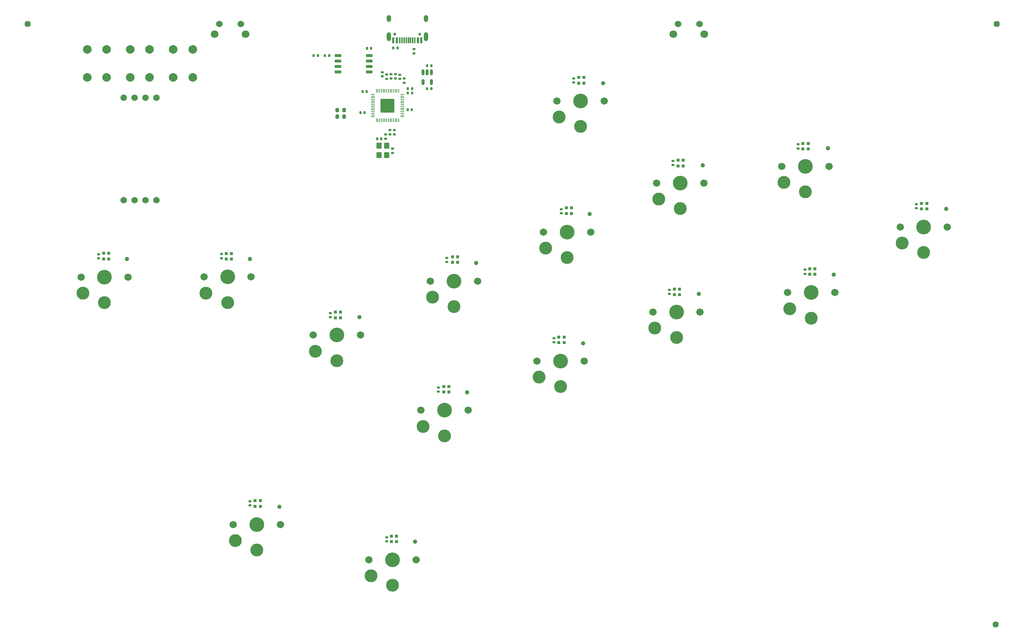
<source format=gts>
G04 #@! TF.GenerationSoftware,KiCad,Pcbnew,7.0.9*
G04 #@! TF.CreationDate,2024-08-27T23:29:23-07:00*
G04 #@! TF.ProjectId,ergoSHIFT-rgb,6572676f-5348-4494-9654-2d7267622e6b,rev?*
G04 #@! TF.SameCoordinates,Original*
G04 #@! TF.FileFunction,Soldermask,Top*
G04 #@! TF.FilePolarity,Negative*
%FSLAX46Y46*%
G04 Gerber Fmt 4.6, Leading zero omitted, Abs format (unit mm)*
G04 Created by KiCad (PCBNEW 7.0.9) date 2024-08-27 23:29:23*
%MOMM*%
%LPD*%
G01*
G04 APERTURE LIST*
G04 Aperture macros list*
%AMRoundRect*
0 Rectangle with rounded corners*
0 $1 Rounding radius*
0 $2 $3 $4 $5 $6 $7 $8 $9 X,Y pos of 4 corners*
0 Add a 4 corners polygon primitive as box body*
4,1,4,$2,$3,$4,$5,$6,$7,$8,$9,$2,$3,0*
0 Add four circle primitives for the rounded corners*
1,1,$1+$1,$2,$3*
1,1,$1+$1,$4,$5*
1,1,$1+$1,$6,$7*
1,1,$1+$1,$8,$9*
0 Add four rect primitives between the rounded corners*
20,1,$1+$1,$2,$3,$4,$5,0*
20,1,$1+$1,$4,$5,$6,$7,0*
20,1,$1+$1,$6,$7,$8,$9,0*
20,1,$1+$1,$8,$9,$2,$3,0*%
G04 Aperture macros list end*
%ADD10C,1.524000*%
%ADD11C,1.800000*%
%ADD12RoundRect,0.140000X0.170000X-0.140000X0.170000X0.140000X-0.170000X0.140000X-0.170000X-0.140000X0*%
%ADD13R,0.700000X0.800000*%
%ADD14RoundRect,0.140000X0.140000X0.170000X-0.140000X0.170000X-0.140000X-0.170000X0.140000X-0.170000X0*%
%ADD15C,1.701800*%
%ADD16C,3.000000*%
%ADD17C,3.429000*%
%ADD18C,0.990600*%
%ADD19RoundRect,0.140000X-0.140000X-0.170000X0.140000X-0.170000X0.140000X0.170000X-0.140000X0.170000X0*%
%ADD20C,1.448000*%
%ADD21C,1.500000*%
%ADD22RoundRect,0.150000X-0.650000X-0.150000X0.650000X-0.150000X0.650000X0.150000X-0.650000X0.150000X0*%
%ADD23C,2.000000*%
%ADD24RoundRect,0.140000X-0.170000X0.140000X-0.170000X-0.140000X0.170000X-0.140000X0.170000X0.140000X0*%
%ADD25RoundRect,0.135000X0.135000X0.185000X-0.135000X0.185000X-0.135000X-0.185000X0.135000X-0.185000X0*%
%ADD26RoundRect,0.135000X-0.185000X0.135000X-0.185000X-0.135000X0.185000X-0.135000X0.185000X0.135000X0*%
%ADD27RoundRect,0.135000X0.185000X-0.135000X0.185000X0.135000X-0.185000X0.135000X-0.185000X-0.135000X0*%
%ADD28C,0.650000*%
%ADD29R,0.600000X1.450000*%
%ADD30R,0.300000X1.450000*%
%ADD31O,1.000000X2.100000*%
%ADD32O,1.000000X1.600000*%
%ADD33RoundRect,0.050000X-0.387500X-0.050000X0.387500X-0.050000X0.387500X0.050000X-0.387500X0.050000X0*%
%ADD34RoundRect,0.050000X-0.050000X-0.387500X0.050000X-0.387500X0.050000X0.387500X-0.050000X0.387500X0*%
%ADD35RoundRect,0.144000X-1.456000X-1.456000X1.456000X-1.456000X1.456000X1.456000X-1.456000X1.456000X0*%
%ADD36RoundRect,0.200000X-0.200000X-0.275000X0.200000X-0.275000X0.200000X0.275000X-0.200000X0.275000X0*%
%ADD37RoundRect,0.200000X0.200000X0.275000X-0.200000X0.275000X-0.200000X-0.275000X0.200000X-0.275000X0*%
%ADD38RoundRect,0.150000X-0.150000X0.512500X-0.150000X-0.512500X0.150000X-0.512500X0.150000X0.512500X0*%
%ADD39R,1.200000X1.400000*%
%ADD40RoundRect,0.135000X-0.135000X-0.185000X0.135000X-0.185000X0.135000X0.185000X-0.135000X0.185000X0*%
G04 APERTURE END LIST*
D10*
X205200000Y-53750000D03*
X210200000Y-53750000D03*
D11*
X204100000Y-56150000D03*
X211300000Y-56150000D03*
D12*
X151375000Y-109280000D03*
X151375000Y-108320000D03*
D13*
X182100000Y-67550000D03*
X183300000Y-67550000D03*
X183300000Y-66250000D03*
X182100000Y-66250000D03*
D14*
X147786000Y-68863000D03*
X146826000Y-68863000D03*
D15*
X145390000Y-143810000D03*
D16*
X145890000Y-147560000D03*
D17*
X150890000Y-143810000D03*
D16*
X150890000Y-149760000D03*
D18*
X156110000Y-139610000D03*
D15*
X156390000Y-143810000D03*
D12*
X124300000Y-122130000D03*
X124300000Y-121170000D03*
D19*
X132828000Y-59465000D03*
X133788000Y-59465000D03*
D15*
X200250000Y-90880000D03*
D16*
X200750000Y-94630000D03*
D17*
X205750000Y-90880000D03*
D16*
X205750000Y-96830000D03*
D18*
X210970000Y-86680000D03*
D15*
X211250000Y-90880000D03*
D20*
X279108000Y-193764000D03*
D12*
X149450000Y-139455000D03*
X149450000Y-138495000D03*
D21*
X76190000Y-71000000D03*
X76190000Y-94876000D03*
X78730000Y-71000000D03*
X78730000Y-94876000D03*
X81270000Y-71000000D03*
X81270000Y-94876000D03*
X83810000Y-71000000D03*
X83810000Y-94876000D03*
D12*
X137372000Y-66549000D03*
X137372000Y-65589000D03*
X180900000Y-67405000D03*
X180900000Y-66445000D03*
D22*
X126108000Y-61116000D03*
X126108000Y-62386000D03*
X126108000Y-63656000D03*
X126108000Y-64926000D03*
X133308000Y-64926000D03*
X133308000Y-63656000D03*
X133308000Y-62386000D03*
X133308000Y-61116000D03*
D12*
X99000000Y-108380000D03*
X99000000Y-107420000D03*
D23*
X72250000Y-59750000D03*
X72250000Y-66250000D03*
X67750000Y-59750000D03*
X67750000Y-66250000D03*
X82250000Y-59750000D03*
X82250000Y-66250000D03*
X77750000Y-59750000D03*
X77750000Y-66250000D03*
D24*
X138134000Y-78541000D03*
X138134000Y-79501000D03*
D19*
X142353000Y-69879000D03*
X143313000Y-69879000D03*
D14*
X147786000Y-63529000D03*
X146826000Y-63529000D03*
D13*
X205200000Y-86850000D03*
X206400000Y-86850000D03*
X206400000Y-85550000D03*
X205200000Y-85550000D03*
D14*
X132772000Y-69498000D03*
X131812000Y-69498000D03*
D25*
X121372000Y-61116000D03*
X120352000Y-61116000D03*
D15*
X66250000Y-112775000D03*
D16*
X66750000Y-116525000D03*
D17*
X71750000Y-112775000D03*
D16*
X71750000Y-118725000D03*
D18*
X76970000Y-108575000D03*
D15*
X77250000Y-112775000D03*
D14*
X132280000Y-74450000D03*
X131320000Y-74450000D03*
D12*
X141436000Y-67466000D03*
X141436000Y-66506000D03*
D20*
X279362000Y-53810000D03*
D12*
X178075000Y-97905000D03*
X178075000Y-96945000D03*
D25*
X139918000Y-59338000D03*
X138898000Y-59338000D03*
D26*
X138388000Y-65430000D03*
X138388000Y-66450000D03*
D27*
X137118000Y-80547000D03*
X137118000Y-79527000D03*
D28*
X145094000Y-56190000D03*
X139314000Y-56190000D03*
D29*
X145454000Y-57635000D03*
X144654000Y-57635000D03*
D30*
X143954000Y-57635000D03*
X143454000Y-57635000D03*
X142954000Y-57635000D03*
X142454000Y-57635000D03*
X141954000Y-57635000D03*
X141454000Y-57635000D03*
X140954000Y-57635000D03*
X140454000Y-57635000D03*
D29*
X139754000Y-57635000D03*
X138954000Y-57635000D03*
D31*
X146524000Y-56720000D03*
D32*
X146524000Y-52540000D03*
D31*
X137884000Y-56720000D03*
D32*
X137884000Y-52540000D03*
D33*
X134183500Y-70195000D03*
X134183500Y-70595000D03*
X134183500Y-70995000D03*
X134183500Y-71395000D03*
X134183500Y-71795000D03*
X134183500Y-72195000D03*
X134183500Y-72595000D03*
X134183500Y-72995000D03*
X134183500Y-73395000D03*
X134183500Y-73795000D03*
X134183500Y-74195000D03*
X134183500Y-74595000D03*
X134183500Y-74995000D03*
X134183500Y-75395000D03*
D34*
X135021000Y-76232500D03*
X135421000Y-76232500D03*
X135821000Y-76232500D03*
X136221000Y-76232500D03*
X136621000Y-76232500D03*
X137021000Y-76232500D03*
X137421000Y-76232500D03*
X137821000Y-76232500D03*
X138221000Y-76232500D03*
X138621000Y-76232500D03*
X139021000Y-76232500D03*
X139421000Y-76232500D03*
X139821000Y-76232500D03*
X140221000Y-76232500D03*
D33*
X141058500Y-75395000D03*
X141058500Y-74995000D03*
X141058500Y-74595000D03*
X141058500Y-74195000D03*
X141058500Y-73795000D03*
X141058500Y-73395000D03*
X141058500Y-72995000D03*
X141058500Y-72595000D03*
X141058500Y-72195000D03*
X141058500Y-71795000D03*
X141058500Y-71395000D03*
X141058500Y-70995000D03*
X141058500Y-70595000D03*
X141058500Y-70195000D03*
D34*
X140221000Y-69357500D03*
X139821000Y-69357500D03*
X139421000Y-69357500D03*
X139021000Y-69357500D03*
X138621000Y-69357500D03*
X138221000Y-69357500D03*
X137821000Y-69357500D03*
X137421000Y-69357500D03*
X137021000Y-69357500D03*
X136621000Y-69357500D03*
X136221000Y-69357500D03*
X135821000Y-69357500D03*
X135421000Y-69357500D03*
X135021000Y-69357500D03*
D35*
X137621000Y-72795000D03*
D26*
X139404000Y-65430000D03*
X139404000Y-66450000D03*
D36*
X125883000Y-75400000D03*
X127533000Y-75400000D03*
D37*
X127533000Y-73876000D03*
X125883000Y-73876000D03*
D26*
X143726000Y-59590000D03*
X143726000Y-60610000D03*
D19*
X135192000Y-80545000D03*
X136152000Y-80545000D03*
D23*
X92250000Y-59750000D03*
X92250000Y-66250000D03*
X87750000Y-59750000D03*
X87750000Y-66250000D03*
D12*
X136356000Y-65970000D03*
X136356000Y-65010000D03*
X203225000Y-116705000D03*
X203225000Y-115745000D03*
D24*
X138769000Y-82859000D03*
X138769000Y-83819000D03*
D13*
X177500000Y-128050000D03*
X178700000Y-128050000D03*
X178700000Y-126750000D03*
X177500000Y-126750000D03*
X179200000Y-97950000D03*
X180400000Y-97950000D03*
X180400000Y-96650000D03*
X179200000Y-96650000D03*
D19*
X142325000Y-73794934D03*
X143285000Y-73794934D03*
D12*
X140420000Y-66577000D03*
X140420000Y-65617000D03*
D15*
X172370000Y-132370000D03*
D16*
X172870000Y-136120000D03*
D17*
X177870000Y-132370000D03*
D16*
X177870000Y-138320000D03*
D18*
X183090000Y-128170000D03*
D15*
X183370000Y-132370000D03*
X147550000Y-113700000D03*
D16*
X148050000Y-117450000D03*
D17*
X153050000Y-113700000D03*
D16*
X153050000Y-119650000D03*
D18*
X158270000Y-109500000D03*
D15*
X158550000Y-113700000D03*
D38*
X147786000Y-65064000D03*
X146836000Y-65064000D03*
X145886000Y-65064000D03*
X145886000Y-67339000D03*
X147786000Y-67339000D03*
D12*
X105575000Y-166005000D03*
X105575000Y-165045000D03*
D39*
X135672000Y-82155000D03*
X135672000Y-84355000D03*
X137372000Y-84355000D03*
X137372000Y-82155000D03*
D13*
X204400000Y-116900000D03*
X205600000Y-116900000D03*
X205600000Y-115600000D03*
X204400000Y-115600000D03*
D40*
X123017000Y-61116000D03*
X124037000Y-61116000D03*
D15*
X101720000Y-170470000D03*
D16*
X102220000Y-174220000D03*
D17*
X107220000Y-170470000D03*
D16*
X107220000Y-176420000D03*
D18*
X112440000Y-166270000D03*
D15*
X112720000Y-170470000D03*
D13*
X138500000Y-174450000D03*
X139700000Y-174450000D03*
X139700000Y-173150000D03*
X138500000Y-173150000D03*
X100100000Y-108600000D03*
X101300000Y-108600000D03*
X101300000Y-107300000D03*
X100100000Y-107300000D03*
D24*
X139150000Y-78541000D03*
X139150000Y-79501000D03*
D12*
X70350000Y-108400000D03*
X70350000Y-107440000D03*
D19*
X142353000Y-68863000D03*
X143313000Y-68863000D03*
D12*
X233200000Y-82805000D03*
X233200000Y-81845000D03*
D13*
X261900000Y-96900000D03*
X263100000Y-96900000D03*
X263100000Y-95600000D03*
X261900000Y-95600000D03*
X152700000Y-109350000D03*
X153900000Y-109350000D03*
X153900000Y-108050000D03*
X152700000Y-108050000D03*
D15*
X133290000Y-178670000D03*
D16*
X133790000Y-182420000D03*
D17*
X138790000Y-178670000D03*
D16*
X138790000Y-184620000D03*
D18*
X144010000Y-174470000D03*
D15*
X144290000Y-178670000D03*
D12*
X260725000Y-96730000D03*
X260725000Y-95770000D03*
D15*
X94870000Y-112750000D03*
D16*
X95370000Y-116500000D03*
D17*
X100370000Y-112750000D03*
D16*
X100370000Y-118700000D03*
D18*
X105590000Y-108550000D03*
D15*
X105870000Y-112750000D03*
D13*
X235900000Y-112150000D03*
X237100000Y-112150000D03*
X237100000Y-110850000D03*
X235900000Y-110850000D03*
D12*
X234750000Y-112005000D03*
X234750000Y-111045000D03*
D13*
X150700000Y-139550000D03*
X151900000Y-139550000D03*
X151900000Y-138250000D03*
X150700000Y-138250000D03*
D10*
X98500000Y-53750000D03*
X103500000Y-53750000D03*
D11*
X97400000Y-56150000D03*
X104600000Y-56150000D03*
D15*
X230720000Y-116390000D03*
D16*
X231220000Y-120140000D03*
D17*
X236220000Y-116390000D03*
D16*
X236220000Y-122340000D03*
D18*
X241440000Y-112190000D03*
D15*
X241720000Y-116390000D03*
D12*
X204075000Y-86655000D03*
X204075000Y-85695000D03*
D15*
X199350000Y-120930000D03*
D16*
X199850000Y-124680000D03*
D17*
X204850000Y-120930000D03*
D16*
X204850000Y-126880000D03*
D18*
X210070000Y-116730000D03*
D15*
X210350000Y-120930000D03*
D20*
X53810000Y-53810000D03*
D15*
X177040000Y-71750000D03*
D16*
X177540000Y-75500000D03*
D17*
X182540000Y-71750000D03*
D16*
X182540000Y-77700000D03*
D18*
X187760000Y-67550000D03*
D15*
X188040000Y-71750000D03*
D12*
X176400000Y-127980000D03*
X176400000Y-127020000D03*
D15*
X173900000Y-102290000D03*
D16*
X174400000Y-106040000D03*
D17*
X179400000Y-102290000D03*
D16*
X179400000Y-108240000D03*
D18*
X184620000Y-98090000D03*
D15*
X184900000Y-102290000D03*
D13*
X125500000Y-122250000D03*
X126700000Y-122250000D03*
X126700000Y-120950000D03*
X125500000Y-120950000D03*
X234300000Y-82950000D03*
X235500000Y-82950000D03*
X235500000Y-81650000D03*
X234300000Y-81650000D03*
D15*
X120320000Y-126290000D03*
D16*
X120820000Y-130040000D03*
D17*
X125820000Y-126290000D03*
D16*
X125820000Y-132240000D03*
D18*
X131040000Y-122090000D03*
D15*
X131320000Y-126290000D03*
D13*
X106800000Y-166200000D03*
X108000000Y-166200000D03*
X108000000Y-164900000D03*
X106800000Y-164900000D03*
D15*
X256920000Y-101110000D03*
D16*
X257420000Y-104860000D03*
D17*
X262420000Y-101110000D03*
D16*
X262420000Y-107060000D03*
D18*
X267640000Y-96910000D03*
D15*
X267920000Y-101110000D03*
X229350000Y-86940000D03*
D16*
X229850000Y-90690000D03*
D17*
X234850000Y-86940000D03*
D16*
X234850000Y-92890000D03*
D18*
X240070000Y-82740000D03*
D15*
X240350000Y-86940000D03*
D13*
X71500000Y-108550000D03*
X72700000Y-108550000D03*
X72700000Y-107250000D03*
X71500000Y-107250000D03*
D12*
X137400000Y-174380000D03*
X137400000Y-173420000D03*
M02*

</source>
